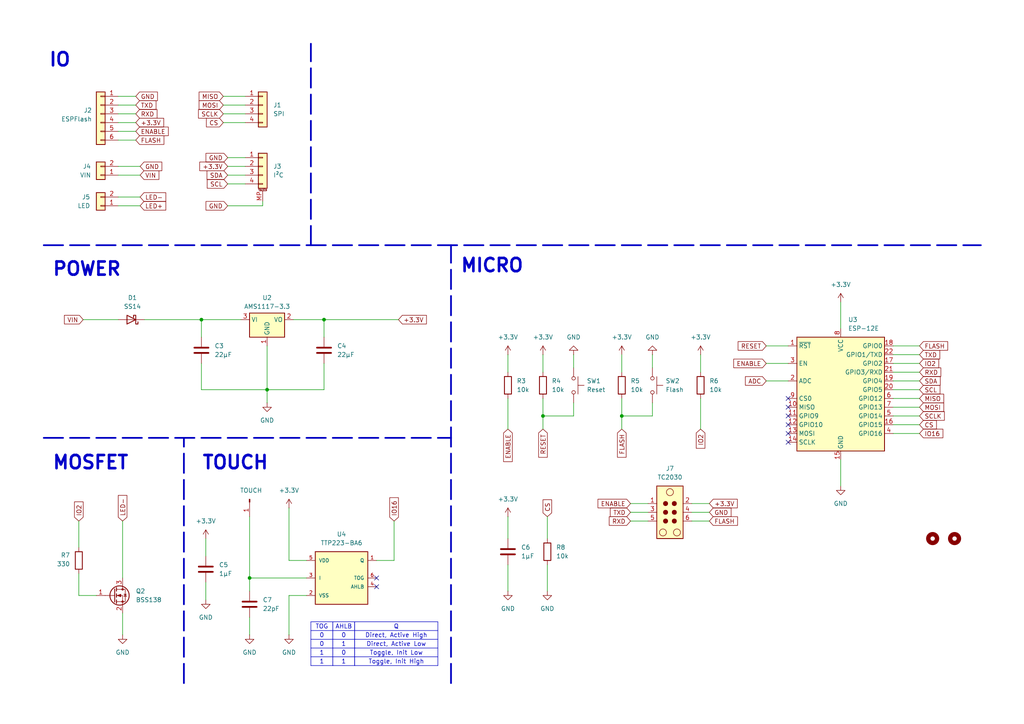
<source format=kicad_sch>
(kicad_sch (version 20250114) (generator "eeschema") (generator_version "9.0")
  (paper "A4")
  (lib_symbols
    (symbol "Connector:Conn_01x01_Pin" (pin_names (offset 1.016) (hide yes))
      (property "Reference" "J" (at 0 2.54 0))
      (property "Value" "Conn_01x01_Pin" (at 0 -2.54 0))
      (symbol "Conn_01x01_Pin_1_1"
        (rectangle (start 0.8636 0.127) (end 0 -0.127) (stroke (width 0.1524)) (fill (type outline)))
        (polyline (pts (xy 1.27 0) (xy 0.8636 0)) (stroke (width 0.1524)))
        (pin passive line (at 5.08 0 180) (length 3.81) (name "Pin_1") (number "1"))
      )
    )
    (symbol "Connector:TC2030" (in_bom no)
      (property "Reference" "J" (at 1.27 8.89 0))
      (property "Value" "TC2030" (at 1.27 -8.89 0))
      (symbol "TC2030_1_1"
        (rectangle (start -2.54 7.62) (end 5.08 -7.62) (stroke (width 0.254)) (fill (type background)))
        (circle (center -0.762 -5.842) (radius 1.016))
        (circle (center 0 2.54) (radius 0.635) (fill (type outline)))
        (circle (center 0 0) (radius 0.635) (fill (type outline)))
        (circle (center 0 -2.54) (radius 0.635) (fill (type outline)))
        (circle (center 1.27 5.842) (radius 1.016))
        (circle (center 2.54 2.54) (radius 0.635) (fill (type outline)))
        (circle (center 2.54 0) (radius 0.635) (fill (type outline)))
        (circle (center 2.54 -2.54) (radius 0.635) (fill (type outline)))
        (circle (center 3.302 -5.842) (radius 1.016))
        (pin passive line (at -5.08 2.54 0) (length 2.54) (name "~") (number "1"))
        (pin passive line (at -5.08 0 0) (length 2.54) (name "~") (number "3"))
        (pin passive line (at -5.08 -2.54 0) (length 2.54) (name "~") (number "5"))
        (pin passive line (at 7.62 2.54 180) (length 2.54) (name "~") (number "2"))
        (pin passive line (at 7.62 0 180) (length 2.54) (name "~") (number "4"))
        (pin passive line (at 7.62 -2.54 180) (length 2.54) (name "~") (number "6"))
      )
    )
    (symbol "Connector_Generic:Conn_01x02" (pin_names (offset 1.016) (hide yes))
      (property "Reference" "J" (at 0 2.54 0))
      (property "Value" "Conn_01x02" (at 0 -5.08 0))
      (symbol "Conn_01x02_1_1"
        (rectangle (start -1.27 1.27) (end 1.27 -3.81) (stroke (width 0.254)) (fill (type background)))
        (rectangle (start -1.27 0.127) (end 0 -0.127) (stroke (width 0.1524)))
        (rectangle (start -1.27 -2.413) (end 0 -2.667) (stroke (width 0.1524)))
        (pin passive line (at -5.08 0 0) (length 3.81) (name "Pin_1") (number "1"))
        (pin passive line (at -5.08 -2.54 0) (length 3.81) (name "Pin_2") (number "2"))
      )
    )
    (symbol "Connector_Generic:Conn_01x04" (pin_names (offset 1.016) (hide yes))
      (property "Reference" "J" (at 0 5.08 0))
      (property "Value" "Conn_01x04" (at 0 -7.62 0))
      (symbol "Conn_01x04_1_1"
        (rectangle (start -1.27 3.81) (end 1.27 -6.35) (stroke (width 0.254)) (fill (type background)))
        (rectangle (start -1.27 2.667) (end 0 2.413) (stroke (width 0.1524)))
        (rectangle (start -1.27 0.127) (end 0 -0.127) (stroke (width 0.1524)))
        (rectangle (start -1.27 -2.413) (end 0 -2.667) (stroke (width 0.1524)))
        (rectangle (start -1.27 -4.953) (end 0 -5.207) (stroke (width 0.1524)))
        (pin passive line (at -5.08 2.54 0) (length 3.81) (name "Pin_1") (number "1"))
        (pin passive line (at -5.08 0 0) (length 3.81) (name "Pin_2") (number "2"))
        (pin passive line (at -5.08 -2.54 0) (length 3.81) (name "Pin_3") (number "3"))
        (pin passive line (at -5.08 -5.08 0) (length 3.81) (name "Pin_4") (number "4"))
      )
    )
    (symbol "Connector_Generic:Conn_01x06" (pin_names (offset 1.016) (hide yes))
      (property "Reference" "J" (at 0 7.62 0))
      (property "Value" "Conn_01x06" (at 0 -10.16 0))
      (symbol "Conn_01x06_1_1"
        (rectangle (start -1.27 6.35) (end 1.27 -8.89) (stroke (width 0.254)) (fill (type background)))
        (rectangle (start -1.27 5.207) (end 0 4.953) (stroke (width 0.1524)))
        (rectangle (start -1.27 2.667) (end 0 2.413) (stroke (width 0.1524)))
        (rectangle (start -1.27 0.127) (end 0 -0.127) (stroke (width 0.1524)))
        (rectangle (start -1.27 -2.413) (end 0 -2.667) (stroke (width 0.1524)))
        (rectangle (start -1.27 -4.953) (end 0 -5.207) (stroke (width 0.1524)))
        (rectangle (start -1.27 -7.493) (end 0 -7.747) (stroke (width 0.1524)))
        (pin passive line (at -5.08 5.08 0) (length 3.81) (name "Pin_1") (number "1"))
        (pin passive line (at -5.08 2.54 0) (length 3.81) (name "Pin_2") (number "2"))
        (pin passive line (at -5.08 0 0) (length 3.81) (name "Pin_3") (number "3"))
        (pin passive line (at -5.08 -2.54 0) (length 3.81) (name "Pin_4") (number "4"))
        (pin passive line (at -5.08 -5.08 0) (length 3.81) (name "Pin_5") (number "5"))
        (pin passive line (at -5.08 -7.62 0) (length 3.81) (name "Pin_6") (number "6"))
      )
    )
    (symbol "Connector_Generic_MountingPin:Conn_01x04_MountingPin" (pin_names (offset 1.016) (hide yes))
      (property "Reference" "J" (at 0 5.08 0))
      (property "Value" "Conn_01x04_MountingPin" (at 1.27 -7.62 0))
      (symbol "Conn_01x04_MountingPin_1_1"
        (rectangle (start -1.27 3.81) (end 1.27 -6.35) (stroke (width 0.254)) (fill (type background)))
        (rectangle (start -1.27 2.667) (end 0 2.413) (stroke (width 0.1524)))
        (rectangle (start -1.27 0.127) (end 0 -0.127) (stroke (width 0.1524)))
        (rectangle (start -1.27 -2.413) (end 0 -2.667) (stroke (width 0.1524)))
        (rectangle (start -1.27 -4.953) (end 0 -5.207) (stroke (width 0.1524)))
        (polyline (pts (xy -1.016 -7.112) (xy 1.016 -7.112)) (stroke (width 0.1524)))
        (text "Mounting" (at 0 -6.731 0) (effects (font (size 0.381 0.381))))
        (pin passive line (at -5.08 2.54 0) (length 3.81) (name "Pin_1") (number "1"))
        (pin passive line (at -5.08 0 0) (length 3.81) (name "Pin_2") (number "2"))
        (pin passive line (at -5.08 -2.54 0) (length 3.81) (name "Pin_3") (number "3"))
        (pin passive line (at -5.08 -5.08 0) (length 3.81) (name "Pin_4") (number "4"))
        (pin passive line (at 0 -10.16 90) (length 3.048) (name "MountPin") (number "MP"))
      )
    )
    (symbol "Device:C" (pin_numbers (hide yes)) (pin_names (offset 0.254))
      (property "Reference" "C" (at 0.635 2.54 0))
      (property "Value" "C" (at 0.635 -2.54 0))
      (symbol "C_0_1"
        (polyline (pts (xy -2.032 0.762) (xy 2.032 0.762)) (stroke (width 0.508)))
        (polyline (pts (xy -2.032 -0.762) (xy 2.032 -0.762)) (stroke (width 0.508)))
      )
      (symbol "C_1_1"
        (pin passive line (at 0 3.81 270) (length 2.794) (name "~") (number "1"))
        (pin passive line (at 0 -3.81 90) (length 2.794) (name "~") (number "2"))
      )
    )
    (symbol "Device:R" (pin_numbers (hide yes)) (pin_names (offset 0))
      (property "Reference" "R" (at 2.032 0 90))
      (property "Value" "R" (at 0 0 90))
      (symbol "R_0_1"
        (rectangle (start -1.016 -2.54) (end 1.016 2.54) (stroke (width 0.254)))
      )
      (symbol "R_1_1"
        (pin passive line (at 0 3.81 270) (length 1.27) (name "~") (number "1"))
        (pin passive line (at 0 -3.81 90) (length 1.27) (name "~") (number "2"))
      )
    )
    (symbol "Diode:SS14" (pin_numbers (hide yes)) (pin_names (offset 1.016) (hide yes))
      (property "Reference" "D" (at 0 2.54 0))
      (property "Value" "SS14" (at 0 -2.54 0))
      (symbol "SS14_0_1"
        (polyline (pts (xy -1.905 0.635) (xy -1.905 1.27) (xy -1.27 1.27) (xy -1.27 -1.27) (xy -0.635 -1.27) (xy -0.635 -0.635)) (stroke (width 0.254)))
        (polyline (pts (xy 1.27 1.27) (xy 1.27 -1.27) (xy -1.27 0) (xy 1.27 1.27)) (stroke (width 0.254)))
        (polyline (pts (xy 1.27 0) (xy -1.27 0)))
      )
      (symbol "SS14_1_1"
        (pin passive line (at -3.81 0 0) (length 2.54) (name "K") (number "1"))
        (pin passive line (at 3.81 0 180) (length 2.54) (name "A") (number "2"))
      )
    )
    (symbol "Mechanical:MountingHole" (pin_names (offset 1.016)) (in_bom no)
      (property "Reference" "H" (at 0 5.08 0))
      (property "Value" "MountingHole" (at 0 3.175 0))
      (symbol "MountingHole_0_1"
        (circle (center 0 0) (radius 1.27) (stroke (width 1.27)))
      )
    )
    (symbol "RF_Module:ESP-12E"
      (property "Reference" "U" (at -12.7 19.05 0))
      (property "Value" "ESP-12E" (at 12.7 19.05 0))
      (symbol "ESP-12E_0_1"
        (rectangle (start -12.7 17.78) (end 12.7 -15.24) (stroke (width 0.254)) (fill (type background)))
      )
      (symbol "ESP-12E_1_1"
        (pin input line (at -15.24 15.24 0) (length 2.54) (name "~{RST}") (number "1"))
        (pin input line (at -15.24 10.16 0) (length 2.54) (name "EN") (number "3"))
        (pin input line (at -15.24 5.08 0) (length 2.54) (name "ADC") (number "2"))
        (pin input line (at -15.24 0 0) (length 2.54) (name "CS0") (number "9"))
        (pin bidirectional line (at -15.24 -2.54 0) (length 2.54) (name "MISO") (number "10"))
        (pin bidirectional line (at -15.24 -5.08 0) (length 2.54) (name "GPIO9") (number "11"))
        (pin bidirectional line (at -15.24 -7.62 0) (length 2.54) (name "GPIO10") (number "12"))
        (pin bidirectional line (at -15.24 -10.16 0) (length 2.54) (name "MOSI") (number "13"))
        (pin bidirectional line (at -15.24 -12.7 0) (length 2.54) (name "SCLK") (number "14"))
        (pin power_in line (at 0 20.32 270) (length 2.54) (name "VCC") (number "8"))
        (pin power_in line (at 0 -17.78 90) (length 2.54) (name "GND") (number "15"))
        (pin bidirectional line (at 15.24 15.24 180) (length 2.54) (name "GPIO0") (number "18"))
        (pin bidirectional line (at 15.24 12.7 180) (length 2.54) (name "GPIO1/TXD") (number "22"))
        (pin bidirectional line (at 15.24 10.16 180) (length 2.54) (name "GPIO2") (number "17"))
        (pin bidirectional line (at 15.24 7.62 180) (length 2.54) (name "GPIO3/RXD") (number "21"))
        (pin bidirectional line (at 15.24 5.08 180) (length 2.54) (name "GPIO4") (number "19"))
        (pin bidirectional line (at 15.24 2.54 180) (length 2.54) (name "GPIO5") (number "20"))
        (pin bidirectional line (at 15.24 0 180) (length 2.54) (name "GPIO12") (number "6"))
        (pin bidirectional line (at 15.24 -2.54 180) (length 2.54) (name "GPIO13") (number "7"))
        (pin bidirectional line (at 15.24 -5.08 180) (length 2.54) (name "GPIO14") (number "5"))
        (pin bidirectional line (at 15.24 -7.62 180) (length 2.54) (name "GPIO15") (number "16"))
        (pin bidirectional line (at 15.24 -10.16 180) (length 2.54) (name "GPIO16") (number "4"))
      )
    )
    (symbol "Regulator_Linear:AMS1117-3.3"
      (property "Reference" "U" (at -3.81 3.175 0))
      (property "Value" "AMS1117-3.3" (at 0 3.175 0))
      (symbol "AMS1117-3.3_0_1"
        (rectangle (start -5.08 -5.08) (end 5.08 1.905) (stroke (width 0.254)) (fill (type background)))
      )
      (symbol "AMS1117-3.3_1_1"
        (pin power_in line (at -7.62 0 0) (length 2.54) (name "VI") (number "3"))
        (pin power_in line (at 0 -7.62 90) (length 2.54) (name "GND") (number "1"))
        (pin power_out line (at 7.62 0 180) (length 2.54) (name "VO") (number "2"))
      )
    )
    (symbol "Switch:SW_Push" (pin_numbers (hide yes)) (pin_names (offset 1.016) (hide yes))
      (property "Reference" "SW" (at 1.27 2.54 0))
      (property "Value" "SW_Push" (at 0 -1.524 0))
      (symbol "SW_Push_0_1"
        (circle (center -2.032 0) (radius 0.508))
        (polyline (pts (xy 0 1.27) (xy 0 3.048)))
        (circle (center 2.032 0) (radius 0.508))
        (polyline (pts (xy 2.54 1.27) (xy -2.54 1.27)))
        (pin passive line (at -5.08 0 0) (length 2.54) (name "1") (number "1"))
        (pin passive line (at 5.08 0 180) (length 2.54) (name "2") (number "2"))
      )
    )
    (symbol "TTP223-BA6:TTP223-BA6" (pin_names (offset 1.016))
      (property "Reference" "U" (at -7.62 8.128 0))
      (property "Value" "TTP223-BA6" (at -7.62 -9.906 0))
      (symbol "TTP223-BA6_0_0"
        (rectangle (start -7.62 -7.62) (end 7.62 7.62) (stroke (width 0.254)) (fill (type background)))
        (pin power_in line (at -10.16 5.08 0) (length 2.54) (name "VDD") (number "5"))
        (pin bidirectional line (at -10.16 0 0) (length 2.54) (name "I") (number "3"))
        (pin power_in line (at -10.16 -5.08 0) (length 2.54) (name "VSS") (number "2"))
        (pin output line (at 10.16 5.08 180) (length 2.54) (name "Q") (number "1"))
        (pin input line (at 10.16 0 180) (length 2.54) (name "TOG") (number "6"))
        (pin input line (at 10.16 -2.54 180) (length 2.54) (name "AHLB") (number "4"))
      )
    )
    (symbol "Transistor_FET:BSS138" (pin_names (offset 0) (hide yes))
      (property "Reference" "Q" (at 5.08 1.905 0))
      (property "Value" "BSS138" (at 5.08 0 0))
      (symbol "BSS138_0_1"
        (polyline (pts (xy 0.254 1.905) (xy 0.254 -1.905)) (stroke (width 0.254)))
        (polyline (pts (xy 0.254 0) (xy -2.54 0)))
        (polyline (pts (xy 0.762 2.286) (xy 0.762 1.27)) (stroke (width 0.254)))
        (polyline (pts (xy 0.762 0.508) (xy 0.762 -0.508)) (stroke (width 0.254)))
        (polyline (pts (xy 0.762 -1.27) (xy 0.762 -2.286)) (stroke (width 0.254)))
        (polyline (pts (xy 0.762 -1.778) (xy 3.302 -1.778) (xy 3.302 1.778) (xy 0.762 1.778)))
        (polyline (pts (xy 1.016 0) (xy 2.032 0.381) (xy 2.032 -0.381) (xy 1.016 0)) (fill (type outline)))
        (circle (center 1.651 0) (radius 2.794) (stroke (width 0.254)))
        (polyline (pts (xy 2.54 2.54) (xy 2.54 1.778)))
        (circle (center 2.54 1.778) (radius 0.254) (fill (type outline)))
        (circle (center 2.54 -1.778) (radius 0.254) (fill (type outline)))
        (polyline (pts (xy 2.54 -2.54) (xy 2.54 0) (xy 0.762 0)))
        (polyline (pts (xy 2.921 0.381) (xy 3.683 0.381)))
        (polyline (pts (xy 3.302 0.381) (xy 2.921 -0.254) (xy 3.683 -0.254) (xy 3.302 0.381)))
      )
      (symbol "BSS138_1_1"
        (pin input line (at -5.08 0 0) (length 2.54) (name "G") (number "1"))
        (pin passive line (at 2.54 5.08 270) (length 2.54) (name "D") (number "3"))
        (pin passive line (at 2.54 -5.08 90) (length 2.54) (name "S") (number "2"))
      )
    )
    (symbol "power:+3.3V" (power) (pin_numbers (hide yes)) (pin_names (offset 0) (hide yes))
      (property "Value" "+3.3V" (at 0 3.556 0))
      (symbol "+3.3V_0_1"
        (polyline (pts (xy -0.762 1.27) (xy 0 2.54)))
        (polyline (pts (xy 0 2.54) (xy 0.762 1.27)))
        (polyline (pts (xy 0 0) (xy 0 2.54)))
      )
      (symbol "+3.3V_1_1"
        (pin power_in line (at 0 0 90) (length 0) (name "~") (number "1"))
      )
    )
    (symbol "power:GND" (power) (pin_numbers (hide yes)) (pin_names (offset 0) (hide yes))
      (property "Value" "GND" (at 0 -3.81 0))
      (symbol "GND_0_1"
        (polyline (pts (xy 0 0) (xy 0 -1.27) (xy 1.27 -1.27) (xy 0 -2.54) (xy -1.27 -1.27) (xy 0 -1.27)))
      )
      (symbol "GND_1_1"
        (pin power_in line (at 0 0 270) (length 0) (name "~") (number "1"))
      )
    )
  )
  (text "MICRO" (at 133.35 74.93 0) (effects (font (size 3.81 3.81) (thickness 0.762) (bold yes)) (justify left top)))
  (text "TOUCH" (at 58.42 132.08 0) (effects (font (size 3.81 3.81) (thickness 0.762) (bold yes)) (justify left top)))
  (text "POWER\n" (at 14.986 75.946 0) (effects (font (size 3.81 3.81) (thickness 0.762) (bold yes)) (justify left top)))
  (text "MOSFET\n" (at 14.986 132.08 0) (effects (font (size 3.81 3.81) (thickness 0.762) (bold yes)) (justify left top)))
  (text "IO" (at 13.97 15.24 0) (effects (font (size 3.81 3.81) (thickness 0.762) (bold yes)) (justify left top)))
  (junction (at 93.98 92.71))
  (junction (at 77.47 113.03))
  (junction (at 58.42 92.71))
  (junction (at 72.39 167.64))
  (junction (at 180.34 120.65))
  (junction (at 157.48 120.65))
  (no_connect (at 228.6 120.65))
  (no_connect (at 109.22 167.64))
  (no_connect (at 228.6 123.19))
  (no_connect (at 228.6 118.11))
  (no_connect (at 228.6 125.73))
  (no_connect (at 228.6 128.27))
  (no_connect (at 109.22 170.18))
  (no_connect (at 228.6 115.57))
  (wire (pts (xy 157.48 120.65) (xy 157.48 124.46)))
  (wire (pts (xy 114.3 151.13) (xy 114.3 162.56)))
  (wire (pts (xy 34.29 30.48) (xy 39.37 30.48)))
  (polyline (pts (xy 90.17 71.12) (xy 90.17 12.7)) (stroke (width 0.508) (type dash)))
  (wire (pts (xy 22.86 166.37) (xy 22.86 172.72)))
  (wire (pts (xy 259.08 105.41) (xy 266.7 105.41)))
  (polyline (pts (xy 53.34 198.12) (xy 53.34 127)) (stroke (width 0.508) (type dash)))
  (wire (pts (xy 147.32 149.86) (xy 147.32 156.21)))
  (wire (pts (xy 157.48 102.87) (xy 157.48 107.95)))
  (wire (pts (xy 34.29 48.26) (xy 40.64 48.26)))
  (wire (pts (xy 76.2 58.42) (xy 76.2 59.69)))
  (wire (pts (xy 71.12 48.26) (xy 66.04 48.26)))
  (wire (pts (xy 243.84 87.63) (xy 243.84 95.25)))
  (wire (pts (xy 72.39 179.07) (xy 72.39 184.15)))
  (wire (pts (xy 259.08 115.57) (xy 266.7 115.57)))
  (wire (pts (xy 182.88 151.13) (xy 187.96 151.13)))
  (wire (pts (xy 59.69 168.91) (xy 59.69 173.99)))
  (wire (pts (xy 222.25 105.41) (xy 228.6 105.41)))
  (wire (pts (xy 203.2 102.87) (xy 203.2 107.95)))
  (wire (pts (xy 34.29 38.1) (xy 39.37 38.1)))
  (wire (pts (xy 58.42 92.71) (xy 58.42 97.79)))
  (wire (pts (xy 83.82 162.56) (xy 88.9 162.56)))
  (wire (pts (xy 147.32 102.87) (xy 147.32 107.95)))
  (wire (pts (xy 93.98 92.71) (xy 115.57 92.71)))
  (wire (pts (xy 259.08 100.33) (xy 266.7 100.33)))
  (wire (pts (xy 72.39 149.86) (xy 72.39 167.64)))
  (wire (pts (xy 222.25 100.33) (xy 228.6 100.33)))
  (wire (pts (xy 203.2 115.57) (xy 203.2 124.46)))
  (wire (pts (xy 166.37 102.87) (xy 166.37 106.68)))
  (wire (pts (xy 41.91 92.71) (xy 58.42 92.71)))
  (polyline (pts (xy 12.7 71.12) (xy 284.48 71.12)) (stroke (width 0.508) (type dash)))
  (wire (pts (xy 166.37 116.84) (xy 166.37 120.65)))
  (wire (pts (xy 259.08 120.65) (xy 266.7 120.65)))
  (wire (pts (xy 180.34 120.65) (xy 180.34 124.46)))
  (wire (pts (xy 77.47 113.03) (xy 93.98 113.03)))
  (wire (pts (xy 76.2 59.69) (xy 66.04 59.69)))
  (wire (pts (xy 34.29 40.64) (xy 39.37 40.64)))
  (wire (pts (xy 71.12 45.72) (xy 66.04 45.72)))
  (wire (pts (xy 158.75 163.83) (xy 158.75 171.45)))
  (wire (pts (xy 34.29 33.02) (xy 39.37 33.02)))
  (wire (pts (xy 58.42 92.71) (xy 69.85 92.71)))
  (wire (pts (xy 22.86 172.72) (xy 27.94 172.72)))
  (wire (pts (xy 259.08 102.87) (xy 266.7 102.87)))
  (wire (pts (xy 259.08 113.03) (xy 266.7 113.03)))
  (wire (pts (xy 166.37 120.65) (xy 157.48 120.65)))
  (wire (pts (xy 83.82 172.72) (xy 88.9 172.72)))
  (wire (pts (xy 200.66 146.05) (xy 205.74 146.05)))
  (wire (pts (xy 259.08 107.95) (xy 266.7 107.95)))
  (wire (pts (xy 189.23 120.65) (xy 180.34 120.65)))
  (wire (pts (xy 71.12 27.94) (xy 64.77 27.94)))
  (wire (pts (xy 71.12 30.48) (xy 64.77 30.48)))
  (wire (pts (xy 180.34 102.87) (xy 180.34 107.95)))
  (wire (pts (xy 72.39 167.64) (xy 72.39 171.45)))
  (wire (pts (xy 182.88 146.05) (xy 187.96 146.05)))
  (wire (pts (xy 259.08 118.11) (xy 266.7 118.11)))
  (wire (pts (xy 259.08 110.49) (xy 266.7 110.49)))
  (wire (pts (xy 22.86 151.13) (xy 22.86 158.75)))
  (wire (pts (xy 182.88 148.59) (xy 187.96 148.59)))
  (polyline (pts (xy 12.7 127) (xy 130.81 127)) (stroke (width 0.508) (type dash)))
  (wire (pts (xy 158.75 149.86) (xy 158.75 156.21)))
  (wire (pts (xy 77.47 113.03) (xy 77.47 116.84)))
  (wire (pts (xy 34.29 50.8) (xy 40.64 50.8)))
  (wire (pts (xy 59.69 156.21) (xy 59.69 161.29)))
  (wire (pts (xy 77.47 100.33) (xy 77.47 113.03)))
  (wire (pts (xy 259.08 123.19) (xy 266.7 123.19)))
  (wire (pts (xy 200.66 148.59) (xy 205.74 148.59)))
  (wire (pts (xy 222.25 110.49) (xy 228.6 110.49)))
  (wire (pts (xy 93.98 113.03) (xy 93.98 105.41)))
  (wire (pts (xy 34.29 27.94) (xy 39.37 27.94)))
  (polyline (pts (xy 130.81 198.12) (xy 130.81 71.12)) (stroke (width 0.508) (type dash)))
  (wire (pts (xy 64.77 35.56) (xy 71.12 35.56)))
  (wire (pts (xy 71.12 33.02) (xy 64.77 33.02)))
  (wire (pts (xy 180.34 115.57) (xy 180.34 120.65)))
  (wire (pts (xy 72.39 167.64) (xy 88.9 167.64)))
  (wire (pts (xy 34.29 35.56) (xy 39.37 35.56)))
  (wire (pts (xy 109.22 162.56) (xy 114.3 162.56)))
  (wire (pts (xy 35.56 151.13) (xy 35.56 167.64)))
  (wire (pts (xy 189.23 116.84) (xy 189.23 120.65)))
  (wire (pts (xy 71.12 50.8) (xy 66.04 50.8)))
  (wire (pts (xy 259.08 125.73) (xy 266.7 125.73)))
  (wire (pts (xy 83.82 147.32) (xy 83.82 162.56)))
  (wire (pts (xy 200.66 151.13) (xy 205.74 151.13)))
  (wire (pts (xy 85.09 92.71) (xy 93.98 92.71)))
  (wire (pts (xy 189.23 102.87) (xy 189.23 106.68)))
  (wire (pts (xy 58.42 105.41) (xy 58.42 113.03)))
  (wire (pts (xy 93.98 92.71) (xy 93.98 97.79)))
  (wire (pts (xy 71.12 53.34) (xy 66.04 53.34)))
  (wire (pts (xy 35.56 177.8) (xy 35.56 184.15)))
  (wire (pts (xy 24.13 92.71) (xy 34.29 92.71)))
  (wire (pts (xy 147.32 163.83) (xy 147.32 171.45)))
  (wire (pts (xy 58.42 113.03) (xy 77.47 113.03)))
  (wire (pts (xy 147.32 115.57) (xy 147.32 124.46)))
  (wire (pts (xy 83.82 172.72) (xy 83.82 184.15)))
  (wire (pts (xy 40.64 57.15) (xy 34.29 57.15)))
  (wire (pts (xy 157.48 115.57) (xy 157.48 120.65)))
  (wire (pts (xy 40.64 59.69) (xy 34.29 59.69)))
  (wire (pts (xy 243.84 133.35) (xy 243.84 140.97)))
  (table (column_count 1) (border (external yes) (header yes)) (separators (rows yes) (cols yes)) (column_widths 6.35) (row_heights 2.54 2.54 2.54 2.54 2.54) (cells (table_cell "TOG" (at 90.17 180.34 0) (size 6.35 2.54) (margins 0.9525 0.9525 0.9525 0.9525) (span 1 1)) (table_cell "0" (at 90.17 182.88 0) (size 6.35 2.54) (margins 0.9525 0.9525 0.9525 0.9525) (span 1 1)) (table_cell "0" (at 90.17 185.42 0) (size 6.35 2.54) (margins 0.9525 0.9525 0.9525 0.9525) (span 1 1)) (table_cell "1" (at 90.17 187.96 0) (size 6.35 2.54) (margins 0.9525 0.9525 0.9525 0.9525) (span 1 1)) (table_cell "1" (at 90.17 190.5 0) (size 6.35 2.54) (margins 0.9525 0.9525 0.9525 0.9525) (span 1 1))))
  (table (column_count 1) (border (external yes) (header yes)) (separators (rows yes) (cols yes)) (column_widths 24.13) (row_heights 2.54 2.54 2.54 2.54 2.54) (cells (table_cell "Q" (at 102.87 180.34 0) (size 24.13 2.54) (margins 0.9525 0.9525 0.9525 0.9525) (span 1 1)) (table_cell "Direct, Active High" (at 102.87 182.88 0) (size 24.13 2.54) (margins 0.9525 0.9525 0.9525 0.9525) (span 1 1)) (table_cell "Direct, Active Low" (at 102.87 185.42 0) (size 24.13 2.54) (margins 0.9525 0.9525 0.9525 0.9525) (span 1 1)) (table_cell "Toggle, Init Low" (at 102.87 187.96 0) (size 24.13 2.54) (margins 0.9525 0.9525 0.9525 0.9525) (span 1 1)) (table_cell "Toggle, Init High" (at 102.87 190.5 0) (size 24.13 2.54) (margins 0.9525 0.9525 0.9525 0.9525) (span 1 1))))
  (table (column_count 1) (border (external yes) (header yes)) (separators (rows yes) (cols yes)) (column_widths 6.35) (row_heights 2.54 2.54 2.54 2.54 2.54) (cells (table_cell "AHLB" (at 96.52 180.34 0) (size 6.35 2.54) (margins 0.9525 0.9525 0.9525 0.9525) (span 1 1)) (table_cell "0" (at 96.52 182.88 0) (size 6.35 2.54) (margins 0.9525 0.9525 0.9525 0.9525) (span 1 1)) (table_cell "1" (at 96.52 185.42 0) (size 6.35 2.54) (margins 0.9525 0.9525 0.9525 0.9525) (span 1 1)) (table_cell "0" (at 96.52 187.96 0) (size 6.35 2.54) (margins 0.9525 0.9525 0.9525 0.9525) (span 1 1)) (table_cell "1" (at 96.52 190.5 0) (size 6.35 2.54) (margins 0.9525 0.9525 0.9525 0.9525) (span 1 1))))
  (global_label "+3.3V" (shape input) (at 205.74 146.05 0) (property "Intersheetrefs" "${INTERSHEET_REFS}" (effects (hide yes))))
  (global_label "ENABLE" (shape input) (at 182.88 146.05 180) (property "Intersheetrefs" "${INTERSHEET_REFS}" (effects (hide yes))))
  (global_label "SCLK" (shape input) (at 266.7 120.65 0) (property "Intersheetrefs" "${INTERSHEET_REFS}" (effects (hide yes))))
  (global_label "SDA" (shape input) (at 266.7 110.49 0) (property "Intersheetrefs" "${INTERSHEET_REFS}" (effects (hide yes))))
  (global_label "SCL" (shape input) (at 266.7 113.03 0) (property "Intersheetrefs" "${INTERSHEET_REFS}" (effects (hide yes))))
  (global_label "RXD" (shape input) (at 266.7 107.95 0) (property "Intersheetrefs" "${INTERSHEET_REFS}" (effects (hide yes))))
  (global_label "ENABLE" (shape input) (at 147.32 124.46 270) (property "Intersheetrefs" "${INTERSHEET_REFS}" (effects (hide yes))))
  (global_label "SCL" (shape input) (at 66.04 53.34 180) (property "Intersheetrefs" "${INTERSHEET_REFS}" (effects (hide yes))))
  (global_label "TXD" (shape input) (at 182.88 148.59 180) (property "Intersheetrefs" "${INTERSHEET_REFS}" (effects (hide yes))))
  (global_label "FLASH" (shape input) (at 205.74 151.13 0) (property "Intersheetrefs" "${INTERSHEET_REFS}" (effects (hide yes))))
  (global_label "+3.3V" (shape input) (at 66.04 48.26 180) (property "Intersheetrefs" "${INTERSHEET_REFS}" (effects (hide yes))))
  (global_label "LED-" (shape input) (at 35.56 151.13 90) (property "Intersheetrefs" "${INTERSHEET_REFS}" (effects (hide yes))))
  (global_label "ENABLE" (shape input) (at 39.37 38.1 0) (property "Intersheetrefs" "${INTERSHEET_REFS}" (effects (hide yes))))
  (global_label "GND" (shape input) (at 205.74 148.59 0) (property "Intersheetrefs" "${INTERSHEET_REFS}" (effects (hide yes))))
  (global_label "GND" (shape input) (at 39.37 27.94 0) (property "Intersheetrefs" "${INTERSHEET_REFS}" (effects (hide yes))))
  (global_label "VIN" (shape input) (at 40.64 50.8 0) (property "Intersheetrefs" "${INTERSHEET_REFS}" (effects (hide yes))))
  (global_label "FLASH" (shape input) (at 180.34 124.46 270) (property "Intersheetrefs" "${INTERSHEET_REFS}" (effects (hide yes))))
  (global_label "GND" (shape input) (at 66.04 45.72 180) (property "Intersheetrefs" "${INTERSHEET_REFS}" (effects (hide yes))))
  (global_label "LED+" (shape input) (at 40.64 59.69 0) (property "Intersheetrefs" "${INTERSHEET_REFS}" (effects (hide yes))))
  (global_label "CS" (shape input) (at 266.7 123.19 0) (property "Intersheetrefs" "${INTERSHEET_REFS}" (effects (hide yes))))
  (global_label "MOSI" (shape input) (at 64.77 30.48 180) (property "Intersheetrefs" "${INTERSHEET_REFS}" (effects (hide yes))))
  (global_label "MISO" (shape input) (at 266.7 115.57 0) (property "Intersheetrefs" "${INTERSHEET_REFS}" (effects (hide yes))))
  (global_label "FLASH" (shape input) (at 39.37 40.64 0) (property "Intersheetrefs" "${INTERSHEET_REFS}" (effects (hide yes))))
  (global_label "GND" (shape input) (at 40.64 48.26 0) (property "Intersheetrefs" "${INTERSHEET_REFS}" (effects (hide yes))))
  (global_label "IO16" (shape input) (at 266.7 125.73 0) (property "Intersheetrefs" "${INTERSHEET_REFS}" (effects (hide yes))))
  (global_label "SCLK" (shape input) (at 64.77 33.02 180) (property "Intersheetrefs" "${INTERSHEET_REFS}" (effects (hide yes))))
  (global_label "RXD" (shape input) (at 39.37 33.02 0) (property "Intersheetrefs" "${INTERSHEET_REFS}" (effects (hide yes))))
  (global_label "RESET" (shape input) (at 222.25 100.33 180) (property "Intersheetrefs" "${INTERSHEET_REFS}" (effects (hide yes))))
  (global_label "SDA" (shape input) (at 66.04 50.8 180) (property "Intersheetrefs" "${INTERSHEET_REFS}" (effects (hide yes))))
  (global_label "CS" (shape input) (at 158.75 149.86 90) (property "Intersheetrefs" "${INTERSHEET_REFS}" (effects (hide yes))))
  (global_label "GND" (shape input) (at 66.04 59.69 180) (property "Intersheetrefs" "${INTERSHEET_REFS}" (effects (hide yes))))
  (global_label "+3.3V" (shape input) (at 39.37 35.56 0) (property "Intersheetrefs" "${INTERSHEET_REFS}" (effects (hide yes))))
  (global_label "IO2" (shape input) (at 266.7 105.41 0) (property "Intersheetrefs" "${INTERSHEET_REFS}" (effects (hide yes))))
  (global_label "CS" (shape input) (at 64.77 35.56 180) (property "Intersheetrefs" "${INTERSHEET_REFS}" (effects (hide yes))))
  (global_label "FLASH" (shape input) (at 266.7 100.33 0) (property "Intersheetrefs" "${INTERSHEET_REFS}" (effects (hide yes))))
  (global_label "RESET" (shape input) (at 157.48 124.46 270) (property "Intersheetrefs" "${INTERSHEET_REFS}" (effects (hide yes))))
  (global_label "ADC" (shape input) (at 222.25 110.49 180) (property "Intersheetrefs" "${INTERSHEET_REFS}" (effects (hide yes))))
  (global_label "RXD" (shape input) (at 182.88 151.13 180) (property "Intersheetrefs" "${INTERSHEET_REFS}" (effects (hide yes))))
  (global_label "TXD" (shape input) (at 266.7 102.87 0) (property "Intersheetrefs" "${INTERSHEET_REFS}" (effects (hide yes))))
  (global_label "LED-" (shape input) (at 40.64 57.15 0) (property "Intersheetrefs" "${INTERSHEET_REFS}" (effects (hide yes))))
  (global_label "VIN" (shape input) (at 24.13 92.71 180) (property "Intersheetrefs" "${INTERSHEET_REFS}" (effects (hide yes))))
  (global_label "MOSI" (shape input) (at 266.7 118.11 0) (property "Intersheetrefs" "${INTERSHEET_REFS}" (effects (hide yes))))
  (global_label "TXD" (shape input) (at 39.37 30.48 0) (property "Intersheetrefs" "${INTERSHEET_REFS}" (effects (hide yes))))
  (global_label "IO2" (shape input) (at 203.2 124.46 270) (property "Intersheetrefs" "${INTERSHEET_REFS}" (effects (hide yes))))
  (global_label "+3.3V" (shape input) (at 115.57 92.71 0) (property "Intersheetrefs" "${INTERSHEET_REFS}" (effects (hide yes))))
  (global_label "IO16" (shape input) (at 114.3 151.13 90) (property "Intersheetrefs" "${INTERSHEET_REFS}" (effects (hide yes))))
  (global_label "MISO" (shape input) (at 64.77 27.94 180) (property "Intersheetrefs" "${INTERSHEET_REFS}" (effects (hide yes))))
  (global_label "IO2" (shape input) (at 22.86 151.13 90) (property "Intersheetrefs" "${INTERSHEET_REFS}" (effects (hide yes))))
  (global_label "ENABLE" (shape input) (at 222.25 105.41 180) (property "Intersheetrefs" "${INTERSHEET_REFS}" (effects (hide yes))))
  (symbol (lib_id "Device:C") (at 93.98 101.6 0) (unit 1)
    (property "Reference" "C4" (at 97.79 100.3299 0) (effects (justify left)))
    (property "Value" "22µF" (at 97.79 102.8699 0) (effects (justify left)))
    (property "Footprint" "Capacitor_Tantalum_SMD:CP_EIA-3528-12_Kemet-T_HandSolder" (effects (hide yes)))
    (property "Description" "Unpolarized capacitor" (effects (hide yes)))
  )
  (symbol (lib_id "Switch:SW_Push") (at 166.37 111.76 270) (unit 1)
    (property "Reference" "SW1" (at 170.18 110.4899 90) (effects (justify left)))
    (property "Value" "Reset" (at 170.18 113.0299 90) (effects (justify left)))
    (property "Footprint" "Button_Switch_SMD:SW_Tactile_SPST_NO_Straight_CK_PTS636Sx25SMTRLFS" (effects (hide yes)))
    (property "Description" "Push button switch, generic, two pins" (effects (hide yes)))
  )
  (symbol (lib_id "power:+3.3V") (at 147.32 149.86 0) (unit 1)
    (property "Reference" "#PWR017" (effects (hide yes)))
    (property "Value" "+3.3V" (at 147.32 144.78 0))
    (property "Description" "Power symbol creates a global label with name \"+3.3V\"" (effects (hide yes)))
  )
  (symbol (lib_id "Device:R") (at 22.86 162.56 180) (unit 1)
    (property "Reference" "R7" (at 20.32 161.036 0) (effects (justify left)))
    (property "Value" "330" (at 20.32 163.576 0) (effects (justify left)))
    (property "Footprint" "Resistor_SMD:R_0805_2012Metric_Pad1.20x1.40mm_HandSolder" (effects (hide yes)))
    (property "Description" "Resistor" (effects (hide yes)))
  )
  (symbol (lib_id "power:GND") (at 72.39 184.15 0) (unit 1)
    (property "Reference" "#PWR023" (effects (hide yes)))
    (property "Value" "GND" (at 72.39 189.23 0))
    (property "Description" "Power symbol creates a global label with name \"GND\" , ground" (effects (hide yes)))
  )
  (symbol (lib_id "Device:R") (at 147.32 111.76 0) (unit 1)
    (property "Reference" "R3" (at 149.86 110.4899 0) (effects (justify left)))
    (property "Value" "10k" (at 149.86 113.0299 0) (effects (justify left)))
    (property "Footprint" "Resistor_SMD:R_0805_2012Metric_Pad1.20x1.40mm_HandSolder" (effects (hide yes)))
    (property "Description" "Resistor" (effects (hide yes)))
  )
  (symbol (lib_id "Connector_Generic:Conn_01x02") (at 29.21 59.69 180) (unit 1)
    (property "Reference" "J5" (at 26.162 57.15 0) (effects (justify left)))
    (property "Value" "LED" (at 26.162 59.69 0) (effects (justify left)))
    (property "Footprint" "TerminalBlock_4Ucon:TerminalBlock_4Ucon_1x02_P3.50mm_Horizontal" (effects (hide yes)))
    (property "Description" "Generic connector, single row, 01x02, script generated (kicad-library-utils/schlib/autogen/connector/)" (effects (hide yes)))
  )
  (symbol (lib_id "power:GND") (at 147.32 171.45 0) (unit 1)
    (property "Reference" "#PWR020" (effects (hide yes)))
    (property "Value" "GND" (at 147.32 176.53 0))
    (property "Description" "Power symbol creates a global label with name \"GND\" , ground" (effects (hide yes)))
  )
  (symbol (lib_id "Connector_Generic_MountingPin:Conn_01x04_MountingPin") (at 76.2 48.26 0) (unit 1)
    (property "Reference" "J3" (at 79.248 48.26 0) (effects (justify left)))
    (property "Value" "I²C" (at 79.248 50.8 0) (effects (justify left)))
    (property "Footprint" "Connector_JST:JST_SH_SM04B-SRSS-TB_1x04-1MP_P1.00mm_Horizontal" (effects (hide yes)))
    (property "Description" "Generic connectable mounting pin connector, single row, 01x04, script generated (kicad-library-utils/schlib/autogen/connector/)" (effects (hide yes)))
  )
  (symbol (lib_id "Mechanical:MountingHole") (at 276.86 156.21 0) (unit 1) (in_bom no)
    (property "Reference" "H2" (effects (hide yes)))
    (property "Value" "MountingHole" (effects (hide yes)))
    (property "Footprint" "MountingHole:MountingHole_3.2mm_M3" (effects (hide yes)))
    (property "Description" "Mounting Hole without connection" (effects (hide yes)))
  )
  (symbol (lib_id "RF_Module:ESP-12E") (at 243.84 115.57 0) (unit 1)
    (property "Reference" "U3" (at 245.9833 92.71 0) (effects (justify left)))
    (property "Value" "ESP-12E" (at 245.9833 95.25 0) (effects (justify left)))
    (property "Footprint" "RF_Module:ESP-12E" (effects (hide yes)))
    (property "Datasheet" "http://wiki.ai-thinker.com/_media/esp8266/esp8266_series_modules_user_manual_v1.1.pdf" (effects (hide yes)))
    (property "Description" "802.11 b/g/n Wi-Fi Module" (effects (hide yes)))
  )
  (symbol (lib_id "power:GND") (at 243.84 140.97 0) (unit 1)
    (property "Reference" "#PWR015" (effects (hide yes)))
    (property "Value" "GND" (at 243.84 146.05 0))
    (property "Description" "Power symbol creates a global label with name \"GND\" , ground" (effects (hide yes)))
  )
  (symbol (lib_id "Mechanical:MountingHole") (at 270.51 156.21 0) (unit 1) (in_bom no)
    (property "Reference" "H1" (effects (hide yes)))
    (property "Value" "MountingHole" (effects (hide yes)))
    (property "Footprint" "MountingHole:MountingHole_3.2mm_M3" (effects (hide yes)))
    (property "Description" "Mounting Hole without connection" (effects (hide yes)))
  )
  (symbol (lib_id "Connector_Generic:Conn_01x04") (at 76.2 30.48 0) (unit 1)
    (property "Reference" "J1" (at 79.248 30.48 0) (effects (justify left)))
    (property "Value" "SPI" (at 79.248 33.02 0) (effects (justify left)))
    (property "Footprint" "Connector_PinHeader_2.54mm:PinHeader_1x04_P2.54mm_Horizontal" (effects (hide yes)))
    (property "Description" "Generic connector, single row, 01x04, script generated (kicad-library-utils/schlib/autogen/connector/)" (effects (hide yes)))
  )
  (symbol (lib_id "Device:C") (at 58.42 101.6 0) (unit 1)
    (property "Reference" "C3" (at 62.23 100.3299 0) (effects (justify left)))
    (property "Value" "22µF" (at 62.23 102.8699 0) (effects (justify left)))
    (property "Footprint" "Capacitor_Tantalum_SMD:CP_EIA-3528-12_Kemet-T_HandSolder" (effects (hide yes)))
    (property "Description" "Unpolarized capacitor" (effects (hide yes)))
  )
  (symbol (lib_id "Device:R") (at 180.34 111.76 0) (unit 1)
    (property "Reference" "R5" (at 182.88 110.4899 0) (effects (justify left)))
    (property "Value" "10k" (at 182.88 113.0299 0) (effects (justify left)))
    (property "Footprint" "Resistor_SMD:R_0805_2012Metric_Pad1.20x1.40mm_HandSolder" (effects (hide yes)))
    (property "Description" "Resistor" (effects (hide yes)))
  )
  (symbol (lib_id "power:+3.3V") (at 203.2 102.87 0) (unit 1)
    (property "Reference" "#PWR013" (effects (hide yes)))
    (property "Value" "+3.3V" (at 203.2 97.79 0))
    (property "Description" "Power symbol creates a global label with name \"+3.3V\"" (effects (hide yes)))
  )
  (symbol (lib_id "power:GND") (at 35.56 184.15 0) (unit 1)
    (property "Reference" "#PWR022" (effects (hide yes)))
    (property "Value" "GND" (at 35.56 189.23 0))
    (property "Description" "Power symbol creates a global label with name \"GND\" , ground" (effects (hide yes)))
  )
  (symbol (lib_id "Connector:Conn_01x01_Pin") (at 72.39 144.78 270) (unit 1) (in_bom no)
    (property "Reference" "J6" (effects (hide yes)))
    (property "Value" "TOUCH" (at 69.596 142.24 90) (effects (justify left)))
    (property "Footprint" "Connector_Wire:SolderWire-0.5sqmm_1x01_D0.9mm_OD2.1mm" (effects (hide yes)))
    (property "Description" "Generic connector, single row, 01x01, script generated" (effects (hide yes)))
  )
  (symbol (lib_id "Device:R") (at 158.75 160.02 0) (unit 1)
    (property "Reference" "R8" (at 161.29 158.7499 0) (effects (justify left)))
    (property "Value" "10k" (at 161.29 161.2899 0) (effects (justify left)))
    (property "Footprint" "Resistor_SMD:R_0805_2012Metric_Pad1.20x1.40mm_HandSolder" (effects (hide yes)))
    (property "Description" "Resistor" (effects (hide yes)))
  )
  (symbol (lib_id "Connector_Generic:Conn_01x06") (at 29.21 33.02 0) (mirror y) (unit 1) (in_bom no)
    (property "Reference" "J2" (at 26.67 32.004 0) (effects (justify left)))
    (property "Value" "ESPFlash" (at 26.67 34.544 0) (effects (justify left)))
    (property "Footprint" "Connector_PinHeader_2.54mm:PinHeader_1x06_P2.54mm_Horizontal" (effects (hide yes)))
    (property "Description" "Generic connector, single row, 01x06, script generated (kicad-library-utils/schlib/autogen/connector/)" (effects (hide yes)))
  )
  (symbol (lib_id "Device:C") (at 59.69 165.1 0) (unit 1)
    (property "Reference" "C5" (at 63.5 163.8299 0) (effects (justify left)))
    (property "Value" "1µF" (at 63.5 166.3699 0) (effects (justify left)))
    (property "Footprint" "Capacitor_SMD:C_0805_2012Metric_Pad1.18x1.45mm_HandSolder" (effects (hide yes)))
    (property "Description" "Unpolarized capacitor" (effects (hide yes)))
  )
  (symbol (lib_id "power:+3.3V") (at 59.69 156.21 0) (unit 1)
    (property "Reference" "#PWR018" (effects (hide yes)))
    (property "Value" "+3.3V" (at 59.69 151.13 0))
    (property "Description" "Power symbol creates a global label with name \"+3.3V\"" (effects (hide yes)))
  )
  (symbol (lib_id "power:GND") (at 59.69 173.99 0) (unit 1)
    (property "Reference" "#PWR019" (effects (hide yes)))
    (property "Value" "GND" (at 59.69 179.07 0))
    (property "Description" "Power symbol creates a global label with name \"GND\" , ground" (effects (hide yes)))
  )
  (symbol (lib_id "Diode:SS14") (at 38.1 92.71 180) (unit 1)
    (property "Reference" "D1" (at 38.4175 86.36 0))
    (property "Value" "SS14" (at 38.4175 88.9 0))
    (property "Footprint" "Diode_SMD:D_SMA" (effects (hide yes)))
    (property "Datasheet" "https://www.vishay.com/docs/88746/ss12.pdf" (effects (hide yes)))
    (property "Description" "40V 1A Schottky Diode, SMA" (effects (hide yes)))
  )
  (symbol (lib_id "power:+3.3V") (at 83.82 147.32 0) (unit 1)
    (property "Reference" "#PWR016" (effects (hide yes)))
    (property "Value" "+3.3V" (at 83.82 142.24 0))
    (property "Description" "Power symbol creates a global label with name \"+3.3V\"" (effects (hide yes)))
  )
  (symbol (lib_id "TTP223-BA6:TTP223-BA6") (at 99.06 167.64 0) (unit 1)
    (property "Reference" "U4" (at 99.06 154.94 0))
    (property "Value" "TTP223-BA6" (at 99.06 157.48 0))
    (property "Footprint" "Package_TO_SOT_SMD:SOT-23-6" (effects (hide yes)))
    (property "MF" "tontek" (effects (hide yes)))
    (property "LIB" "CID" (effects (hide yes)))
    (property "Package" "None" (effects (hide yes)))
    (property "Price" "None" (effects (hide yes)))
    (property "SnapEDA_Link" "https://www.snapeda.com/parts/TTP223-BA6/TONTEK/view-part/?ref=snap" (effects (hide yes)))
    (property "MP" "TTP223-BA6" (effects (hide yes)))
    (property "Availability" "In Stock" (effects (hide yes)))
    (property "Check_prices" "https://www.snapeda.com/parts/TTP223-BA6/TONTEK/view-part/?ref=eda" (effects (hide yes)))
  )
  (symbol (lib_id "Device:R") (at 157.48 111.76 0) (unit 1)
    (property "Reference" "R4" (at 160.02 110.4899 0) (effects (justify left)))
    (property "Value" "10k" (at 160.02 113.0299 0) (effects (justify left)))
    (property "Footprint" "Resistor_SMD:R_0805_2012Metric_Pad1.20x1.40mm_HandSolder" (effects (hide yes)))
    (property "Description" "Resistor" (effects (hide yes)))
  )
  (symbol (lib_id "Regulator_Linear:AMS1117-3.3") (at 77.47 92.71 0) (unit 1)
    (property "Reference" "U2" (at 77.47 86.36 0))
    (property "Value" "AMS1117-3.3" (at 77.47 88.9 0))
    (property "Footprint" "Package_TO_SOT_SMD:SOT-223-3_TabPin2" (effects (hide yes)))
    (property "Datasheet" "http://www.advanced-monolithic.com/pdf/ds1117.pdf" (effects (hide yes)))
    (property "Description" "1A Low Dropout regulator, positive, 3.3V fixed output, SOT-223" (effects (hide yes)))
  )
  (symbol (lib_id "Device:C") (at 72.39 175.26 180) (unit 1)
    (property "Reference" "C7" (at 76.2 173.9899 0) (effects (justify right)))
    (property "Value" "22pF" (at 76.2 176.5299 0) (effects (justify right)))
    (property "Footprint" "Capacitor_SMD:C_0603_1608Metric_Pad1.08x0.95mm_HandSolder" (effects (hide yes)))
    (property "Description" "Unpolarized capacitor" (effects (hide yes)))
  )
  (symbol (lib_id "power:GND") (at 83.82 184.15 0) (unit 1)
    (property "Reference" "#PWR024" (effects (hide yes)))
    (property "Value" "GND" (at 83.82 189.23 0))
    (property "Description" "Power symbol creates a global label with name \"GND\" , ground" (effects (hide yes)))
  )
  (symbol (lib_id "power:GND") (at 77.47 116.84 0) (unit 1)
    (property "Reference" "#PWR014" (effects (hide yes)))
    (property "Value" "GND" (at 77.47 121.92 0))
    (property "Description" "Power symbol creates a global label with name \"GND\" , ground" (effects (hide yes)))
  )
  (symbol (lib_id "power:GND") (at 158.75 171.45 0) (unit 1)
    (property "Reference" "#PWR021" (effects (hide yes)))
    (property "Value" "GND" (at 158.75 176.53 0))
    (property "Description" "Power symbol creates a global label with name \"GND\" , ground" (effects (hide yes)))
  )
  (symbol (lib_id "power:+3.3V") (at 243.84 87.63 0) (unit 1)
    (property "Reference" "#PWR07" (effects (hide yes)))
    (property "Value" "+3.3V" (at 243.84 82.55 0))
    (property "Description" "Power symbol creates a global label with name \"+3.3V\"" (effects (hide yes)))
  )
  (symbol (lib_id "Connector:TC2030") (at 193.04 148.59 0) (unit 1) (in_bom no)
    (property "Reference" "J7" (at 194.31 135.89 0))
    (property "Value" "TC2030" (at 194.31 138.43 0))
    (property "Footprint" "Connector:Tag-Connect_TC2030-IDC-NL_2x03_P1.27mm_Vertical" (effects (hide yes)))
    (property "Datasheet" "https://www.tag-connect.com/wp-content/uploads/bsk-pdf-manager/2019/12/TC2030-IDC-NL-Datasheet-Rev-B.pdf" (effects (hide yes)))
    (property "Description" "Tag-Connect’s 6-pins connector" (effects (hide yes)))
  )
  (symbol (lib_id "power:+3.3V") (at 147.32 102.87 0) (unit 1)
    (property "Reference" "#PWR08" (effects (hide yes)))
    (property "Value" "+3.3V" (at 147.32 97.79 0))
    (property "Description" "Power symbol creates a global label with name \"+3.3V\"" (effects (hide yes)))
  )
  (symbol (lib_id "power:+3.3V") (at 157.48 102.87 0) (unit 1)
    (property "Reference" "#PWR09" (effects (hide yes)))
    (property "Value" "+3.3V" (at 157.48 97.79 0))
    (property "Description" "Power symbol creates a global label with name \"+3.3V\"" (effects (hide yes)))
  )
  (symbol (lib_id "power:GND") (at 189.23 102.87 180) (unit 1)
    (property "Reference" "#PWR012" (effects (hide yes)))
    (property "Value" "GND" (at 189.23 97.79 0))
    (property "Description" "Power symbol creates a global label with name \"GND\" , ground" (effects (hide yes)))
  )
  (symbol (lib_id "power:GND") (at 166.37 102.87 180) (unit 1)
    (property "Reference" "#PWR010" (effects (hide yes)))
    (property "Value" "GND" (at 166.37 97.79 0))
    (property "Description" "Power symbol creates a global label with name \"GND\" , ground" (effects (hide yes)))
  )
  (symbol (lib_id "Transistor_FET:BSS138") (at 33.02 172.72 0) (unit 1)
    (property "Reference" "Q2" (at 39.37 171.4499 0) (effects (justify left)))
    (property "Value" "BSS138" (at 39.37 173.9899 0) (effects (justify left)))
    (property "Footprint" "Package_TO_SOT_SMD:SOT-23" (effects (hide yes)))
    (property "Datasheet" "https://www.onsemi.com/pub/Collateral/BSS138-D.PDF" (effects (hide yes)))
    (property "Description" "50V Vds, 0.22A Id, N-Channel MOSFET, SOT-23" (effects (hide yes)))
  )
  (symbol (lib_id "Connector_Generic:Conn_01x02") (at 29.21 50.8 180) (unit 1)
    (property "Reference" "J4" (at 26.416 48.26 0) (effects (justify left)))
    (property "Value" "VIN" (at 26.416 50.8 0) (effects (justify left)))
    (property "Footprint" "TerminalBlock_4Ucon:TerminalBlock_4Ucon_1x02_P3.50mm_Horizontal" (effects (hide yes)))
    (property "Description" "Generic connector, single row, 01x02, script generated (kicad-library-utils/schlib/autogen/connector/)" (effects (hide yes)))
  )
  (symbol (lib_id "Device:C") (at 147.32 160.02 0) (unit 1)
    (property "Reference" "C6" (at 151.13 158.7499 0) (effects (justify left)))
    (property "Value" "1µF" (at 151.13 161.2899 0) (effects (justify left)))
    (property "Footprint" "Capacitor_SMD:C_0805_2012Metric_Pad1.18x1.45mm_HandSolder" (effects (hide yes)))
    (property "Description" "Unpolarized capacitor" (effects (hide yes)))
  )
  (symbol (lib_id "Device:R") (at 203.2 111.76 0) (unit 1)
    (property "Reference" "R6" (at 205.74 110.4899 0) (effects (justify left)))
    (property "Value" "10k" (at 205.74 113.0299 0) (effects (justify left)))
    (property "Footprint" "Resistor_SMD:R_0805_2012Metric_Pad1.20x1.40mm_HandSolder" (effects (hide yes)))
    (property "Description" "Resistor" (effects (hide yes)))
  )
  (symbol (lib_id "power:+3.3V") (at 180.34 102.87 0) (unit 1)
    (property "Reference" "#PWR011" (effects (hide yes)))
    (property "Value" "+3.3V" (at 180.34 97.79 0))
    (property "Description" "Power symbol creates a global label with name \"+3.3V\"" (effects (hide yes)))
  )
  (symbol (lib_id "Switch:SW_Push") (at 189.23 111.76 270) (unit 1)
    (property "Reference" "SW2" (at 193.04 110.4899 90) (effects (justify left)))
    (property "Value" "Flash" (at 193.04 113.0299 90) (effects (justify left)))
    (property "Footprint" "Button_Switch_SMD:SW_Tactile_SPST_NO_Straight_CK_PTS636Sx25SMTRLFS" (effects (hide yes)))
    (property "Description" "Push button switch, generic, two pins" (effects (hide yes)))
  )
)
</source>
